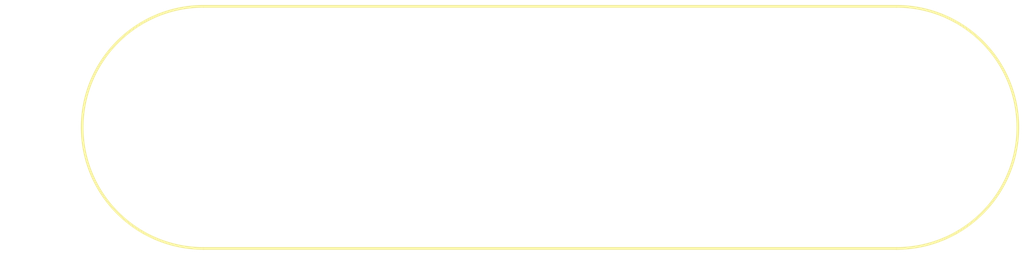
<source format=kicad_pcb>
(kicad_pcb (version 20240108) (generator pcbnew)
  (layers (0 "F.Cu" signal) (31 "B.Cu" signal) (34 "B.Paste" user) (35 "F.Paste" user) (36 "B.SilkS" user "B.Silkscreen") (37 "F.SilkS" user "F.Silkscreen") (38 "B.Mask" user) (39 "F.Mask" user) (44 "Edge.Cuts" user))
  (net 0 "")
  (footprint "Banana_Jack_3Pin" (layer "F.Cu") (at 0 0)
    (property "Reference" "REF**")
    (property "Value" "Banana_Jack_3Pin")
    (fp_line (start 0 5.25) (end 30 5.25) (layer "F.SilkS") (stroke (width 0.12)))
    (fp_line (start 30 -5.25) (end 0 -5.25) (layer "F.SilkS") (stroke (width 0.12)))
    (fp_arc (start 0 5.25) (mid -5.25 0) (end 0 -5.25) (layer "F.SilkS") (stroke (width 0.12)))
    (fp_arc (start 30 -5.25) (mid 35.25 0) (end 30 5.25) (layer "F.SilkS") (stroke (width 0.12)))
    (pad "1" thru_hole circle (at 0 0) (size 10.16 10.16) (drill 6.1) (layers *.Cu *.Mask) (remove_unused_layers))
    (pad "2" thru_hole circle (at 14.99 0) (size 10.16 10.16) (drill 6.1) (layers *.Cu *.Mask) (remove_unused_layers))
    (pad "3" thru_hole circle (at 29.97 0) (size 10.16 10.16) (drill 6.1) (layers *.Cu *.Mask) (remove_unused_layers))
  )
)
</source>
